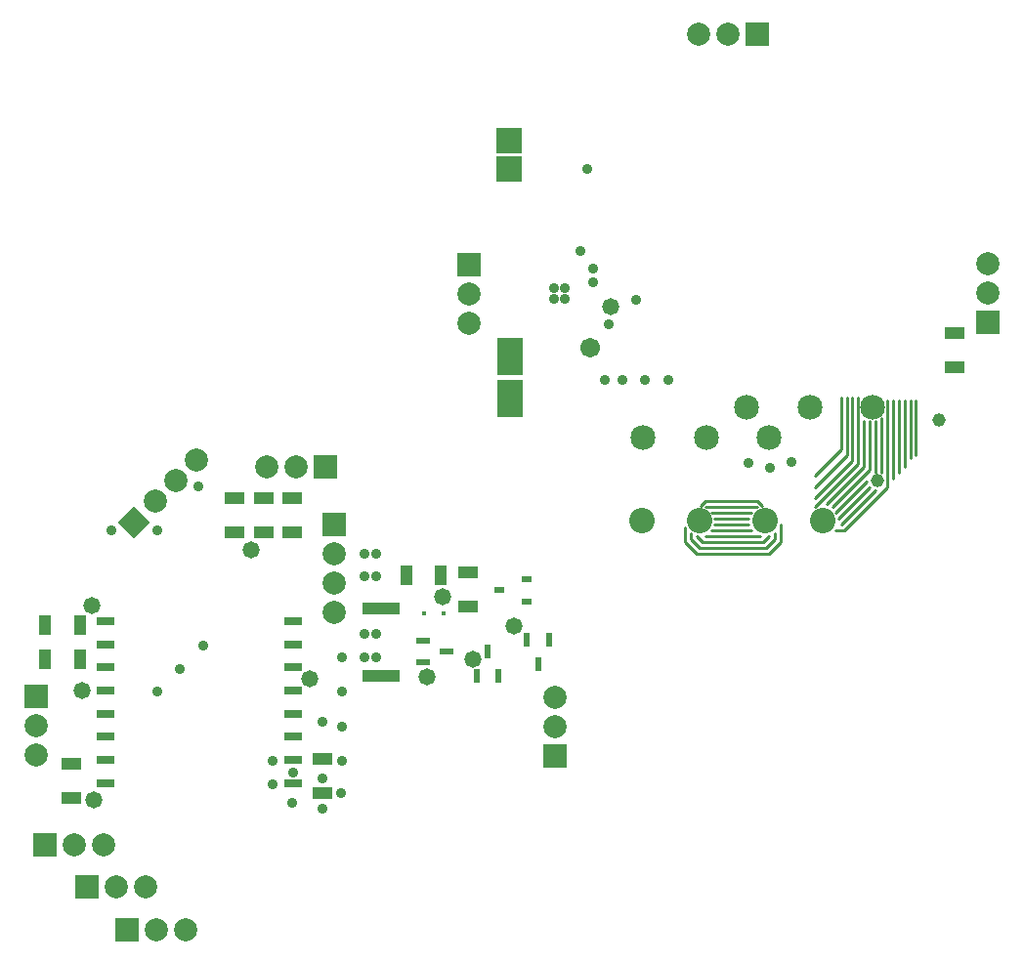
<source format=gts>
G04 Layer_Color=8388736*
%FSLAX44Y44*%
%MOMM*%
G71*
G01*
G75*
%ADD10R,1.1572X0.5426*%
%ADD11R,1.1120X1.8034*%
%ADD12R,3.2004X1.0128*%
%ADD13R,0.4032X0.3556*%
%ADD14R,1.8034X1.1120*%
%ADD15R,0.9144X0.5588*%
%ADD16R,0.5680X1.2588*%
%ADD30C,1.1684*%
%ADD32C,2.1590*%
%ADD45C,0.2540*%
%ADD49R,1.6032X0.8032*%
%ADD50C,2.0032*%
%ADD51R,2.0032X2.0032*%
%ADD52P,2.8329X4X90.0*%
%ADD53R,2.0032X2.0032*%
%ADD54R,2.2032X2.2032*%
%ADD55R,2.2032X3.2032*%
%ADD56C,2.2032*%
%ADD57C,1.7032*%
%ADD58C,0.9032*%
%ADD59C,1.4732*%
D10*
X360680Y324525D02*
D03*
Y305475D02*
D03*
X381000Y315000D02*
D03*
D11*
X346042Y381000D02*
D03*
X375958D02*
D03*
X33042Y338000D02*
D03*
X62958D02*
D03*
X33042Y308000D02*
D03*
X62958D02*
D03*
D12*
X324000Y351940D02*
D03*
Y294060D02*
D03*
D13*
X361507Y348000D02*
D03*
X378493D02*
D03*
D14*
X247000Y447958D02*
D03*
Y418042D02*
D03*
X399000Y354042D02*
D03*
Y383958D02*
D03*
X821000Y590958D02*
D03*
Y561042D02*
D03*
X197000Y447958D02*
D03*
Y418042D02*
D03*
X222000Y447958D02*
D03*
Y418042D02*
D03*
X56000Y217958D02*
D03*
Y188042D02*
D03*
X273000Y221958D02*
D03*
Y192042D02*
D03*
D15*
X426062Y368000D02*
D03*
X449938Y377500D02*
D03*
Y358500D02*
D03*
D16*
X460000Y304000D02*
D03*
X450500Y324828D02*
D03*
X469500D02*
D03*
X416500Y314828D02*
D03*
X426000Y294000D02*
D03*
X407000D02*
D03*
D30*
X807033Y516033D02*
D03*
X754000Y463000D02*
D03*
D32*
X660200Y500000D02*
D03*
X605600D02*
D03*
X551000D02*
D03*
X750000Y527000D02*
D03*
X695400D02*
D03*
X640800D02*
D03*
D45*
X615000Y430000D02*
X640000D01*
X615000Y425000D02*
X640000D01*
X610000Y420000D02*
X645000D01*
X640000Y430000D02*
X642500D01*
X640000Y425000D02*
X642500D01*
X612500Y430000D02*
X615000D01*
X612500Y425000D02*
X615000D01*
X610000Y435000D02*
X645000D01*
X607500Y440000D02*
X650000D01*
X605000D02*
X607500D01*
X605000Y415000D02*
X652500D01*
X597500Y415000D02*
Y415000D01*
Y415000D02*
X602500Y410000D01*
X655000D01*
X660000Y415000D01*
X592500Y412500D02*
Y417500D01*
Y412500D02*
X600000Y405000D01*
X657500D01*
X665000Y412500D01*
Y417500D01*
X605000Y445000D02*
X650000D01*
X654000Y441000D01*
X601000Y441000D02*
X605000Y445000D01*
X587500Y410000D02*
Y422500D01*
Y410000D02*
X597500Y400000D01*
X657500D01*
X660000D01*
X670000Y410000D01*
Y425000D01*
X715000Y440000D02*
X747500Y472500D01*
X720000Y430000D02*
X747500Y457500D01*
X722500Y425000D02*
X752500Y455000D01*
X725000Y420000D02*
X762500Y457500D01*
X717500Y420000D02*
X725000D01*
X710000Y442500D02*
X742500Y475000D01*
X700000Y440000D02*
X737500Y477500D01*
X700000Y447500D02*
X732500Y480000D01*
X700000Y457500D02*
X727500Y485000D01*
X700000Y467500D02*
X722500Y490000D01*
X762500Y460000D02*
Y532500D01*
X767500Y465000D02*
Y532500D01*
X772500Y470000D02*
Y532500D01*
X777500Y475000D02*
Y532500D01*
X782500Y485000D02*
Y532500D01*
Y482500D02*
Y485000D01*
X787500D02*
Y532500D01*
X757500Y470000D02*
Y517500D01*
X752500Y470000D02*
Y515000D01*
X747500Y472500D02*
Y515000D01*
X745000Y462500D02*
X745000D01*
X717500Y435000D02*
X745000Y462500D01*
X752500Y455000D02*
Y455000D01*
X762500Y457500D02*
Y460000D01*
X742500Y475000D02*
Y515000D01*
X737500Y477500D02*
Y522500D01*
Y535000D01*
X732500Y480000D02*
Y535000D01*
X727500Y485000D02*
Y535000D01*
X722500Y490000D02*
Y535000D01*
D49*
X85000Y201004D02*
D03*
X247814Y201004D02*
D03*
Y341000D02*
D03*
X85000Y221000D02*
D03*
Y241000D02*
D03*
X85000Y261000D02*
D03*
X85000Y281000D02*
D03*
Y301000D02*
D03*
X85000Y321000D02*
D03*
X85000Y341000D02*
D03*
X247814Y221000D02*
D03*
Y241000D02*
D03*
X247814Y261000D02*
D03*
X247814Y281000D02*
D03*
X247814Y301000D02*
D03*
X247814Y321000D02*
D03*
D50*
X250650Y475050D02*
D03*
X225250D02*
D03*
X128000Y445000D02*
D03*
X145961Y462961D02*
D03*
X163921Y480921D02*
D03*
X283000Y399400D02*
D03*
Y374000D02*
D03*
Y348600D02*
D03*
X475050Y249350D02*
D03*
Y274750D02*
D03*
X624600Y850000D02*
D03*
X599200D02*
D03*
X400000Y624600D02*
D03*
Y599200D02*
D03*
X850000Y625400D02*
D03*
Y650800D02*
D03*
X24950Y250650D02*
D03*
Y225250D02*
D03*
X58350Y146950D02*
D03*
X83750D02*
D03*
X94180Y110720D02*
D03*
X119580D02*
D03*
X129350Y73950D02*
D03*
X154750D02*
D03*
D51*
X276050Y475050D02*
D03*
X650000Y850000D02*
D03*
X32950Y146950D02*
D03*
X68780Y110720D02*
D03*
X103950Y73950D02*
D03*
D52*
X110040Y427039D02*
D03*
D53*
X283000Y424800D02*
D03*
X475050Y223950D02*
D03*
X400000Y650000D02*
D03*
X850000Y600000D02*
D03*
X24950Y276050D02*
D03*
D54*
X435000Y758000D02*
D03*
Y733000D02*
D03*
D55*
X436000Y534000D02*
D03*
Y571000D02*
D03*
D56*
X657000Y428000D02*
D03*
X707000D02*
D03*
X550000D02*
D03*
X600000D02*
D03*
D57*
X505000Y577999D02*
D03*
D58*
X166000Y458000D02*
D03*
X521000Y599000D02*
D03*
X545000Y620000D02*
D03*
X508000Y635000D02*
D03*
X503000Y733000D02*
D03*
X497000Y662000D02*
D03*
X508000Y647000D02*
D03*
X130000Y420000D02*
D03*
X90000D02*
D03*
X170000Y320000D02*
D03*
X150000Y300000D02*
D03*
X130000Y280000D02*
D03*
X290000Y220000D02*
D03*
X273000Y205000D02*
D03*
X289000Y192000D02*
D03*
X273000Y179000D02*
D03*
X248000Y210000D02*
D03*
X247000Y184000D02*
D03*
X230000Y200000D02*
D03*
Y220000D02*
D03*
X290000Y250000D02*
D03*
Y280000D02*
D03*
Y310000D02*
D03*
X310000D02*
D03*
Y330000D02*
D03*
Y380000D02*
D03*
Y400000D02*
D03*
X273000Y254000D02*
D03*
X474000Y621000D02*
D03*
Y630000D02*
D03*
X483000Y621000D02*
D03*
Y630000D02*
D03*
X320000Y310000D02*
D03*
Y330000D02*
D03*
Y400000D02*
D03*
Y380000D02*
D03*
X533000Y550000D02*
D03*
X553000D02*
D03*
X573000D02*
D03*
X518000D02*
D03*
X642000Y478000D02*
D03*
X680000Y479000D02*
D03*
X661000Y474000D02*
D03*
D59*
X211000Y403000D02*
D03*
X363999Y292999D02*
D03*
X377000Y362000D02*
D03*
X438999Y336999D02*
D03*
X403999Y307999D02*
D03*
X523000Y614000D02*
D03*
X65000Y281000D02*
D03*
X261999Y290999D02*
D03*
X73000Y355000D02*
D03*
X75000Y186000D02*
D03*
M02*

</source>
